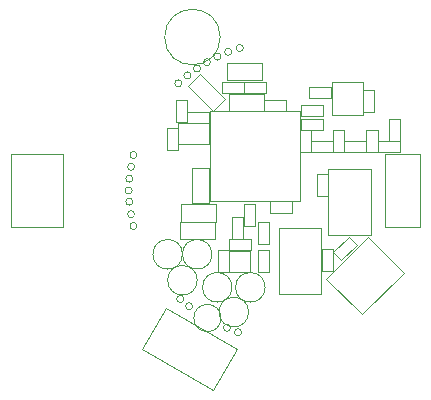
<source format=gbr>
G04 #@! TF.GenerationSoftware,KiCad,Pcbnew,(5.1.5-0)*
G04 #@! TF.CreationDate,2020-05-02T01:07:30+03:00*
G04 #@! TF.ProjectId,raybeacon,72617962-6561-4636-9f6e-2e6b69636164,1.4*
G04 #@! TF.SameCoordinates,PX8f0d180PY5f5e100*
G04 #@! TF.FileFunction,Other,User*
%FSLAX46Y46*%
G04 Gerber Fmt 4.6, Leading zero omitted, Abs format (unit mm)*
G04 Created by KiCad (PCBNEW (5.1.5-0)) date 2020-05-02 01:07:30*
%MOMM*%
%LPD*%
G04 APERTURE LIST*
%ADD10C,0.050000*%
G04 APERTURE END LIST*
D10*
X8800000Y-3130000D02*
X8800000Y3130000D01*
X11800000Y-3130000D02*
X8800000Y-3130000D01*
X11800000Y3130000D02*
X11800000Y-3130000D01*
X8800000Y3130000D02*
X11800000Y3130000D01*
X-4150000Y-8195577D02*
G75*
G03X-4150000Y-8195577I-1250000J0D01*
G01*
X-1350000Y-8195577D02*
G75*
G03X-1350000Y-8195577I-1250000J0D01*
G01*
X-5083974Y-10799483D02*
G75*
G03X-5083974Y-10799483I-1150000J0D01*
G01*
X-11781089Y-13405445D02*
X-9781089Y-9941343D01*
X-5718911Y-16905445D02*
X-11781089Y-13405445D01*
X-3718911Y-13441343D02*
X-5718911Y-16905445D01*
X-9781089Y-9941343D02*
X-3718911Y-13441343D01*
X-6010000Y6710000D02*
X1610000Y6710000D01*
X-6010000Y-910000D02*
X-6010000Y6710000D01*
X1610000Y-910000D02*
X-6010000Y-910000D01*
X1610000Y6710000D02*
X1610000Y-910000D01*
X-5150000Y12990381D02*
G75*
G03X-5150000Y12990381I-2350000J0D01*
G01*
X-6816025Y10325318D02*
G75*
G03X-6816025Y10325318I-300000J0D01*
G01*
X-7632051Y9738715D02*
G75*
G03X-7632051Y9738715I-300000J0D01*
G01*
X-8398076Y9065510D02*
G75*
G03X-8398076Y9065510I-300000J0D01*
G01*
X-3201924Y12065510D02*
G75*
G03X-3201924Y12065510I-300000J0D01*
G01*
X-4167949Y11738715D02*
G75*
G03X-4167949Y11738715I-300000J0D01*
G01*
X-5083975Y11325318D02*
G75*
G03X-5083975Y11325318I-300000J0D01*
G01*
X-5975000Y10868619D02*
G75*
G03X-5975000Y10868619I-300000J0D01*
G01*
X-7100000Y-7600000D02*
G75*
G03X-7100000Y-7600000I-1250000J0D01*
G01*
X-8729999Y5330001D02*
X-8729999Y3470001D01*
X-9669999Y5330001D02*
X-8729999Y5330001D01*
X-9669999Y3470001D02*
X-9669999Y5330001D01*
X-8729999Y3470001D02*
X-9669999Y3470001D01*
X-12550000Y-950000D02*
G75*
G03X-12550000Y-950000I-300000J0D01*
G01*
X-12199999Y-2999999D02*
G75*
G03X-12199999Y-2999999I-300000J0D01*
G01*
X-12400000Y-2000000D02*
G75*
G03X-12400000Y-2000000I-300000J0D01*
G01*
X-12200000Y3000000D02*
G75*
G03X-12200000Y3000000I-300000J0D01*
G01*
X-12599999Y0D02*
G75*
G03X-12599999Y0I-300000J0D01*
G01*
X-12399999Y2000001D02*
G75*
G03X-12399999Y2000001I-300000J0D01*
G01*
X-12550000Y999999D02*
G75*
G03X-12550000Y999999I-300000J0D01*
G01*
X6900001Y9200000D02*
X4300001Y9200000D01*
X4300001Y9200000D02*
X4300001Y6400000D01*
X4300001Y6400000D02*
X6900001Y6400000D01*
X6900001Y6400000D02*
X6900001Y9200000D01*
X8170000Y5130000D02*
X8170000Y3270000D01*
X7230000Y5130000D02*
X8170000Y5130000D01*
X7230000Y3270000D02*
X7230000Y5130000D01*
X8170000Y3270000D02*
X7230000Y3270000D01*
X5370000Y5130001D02*
X5370000Y3270001D01*
X4430000Y5130001D02*
X5370000Y5130001D01*
X4430000Y3270001D02*
X4430000Y5130001D01*
X5370000Y3270001D02*
X4430000Y3270001D01*
X-4400000Y-5100000D02*
X-4400000Y-6900000D01*
X-2600000Y-5100000D02*
X-4400000Y-5100000D01*
X-2600000Y-6900000D02*
X-2600000Y-5100000D01*
X-4400000Y-6900000D02*
X-2600000Y-6900000D01*
X3823045Y-7458579D02*
X7358579Y-3923045D01*
X7358579Y-3923045D02*
X10399138Y-6963604D01*
X10399138Y-6963604D02*
X6863604Y-10499138D01*
X6863604Y-10499138D02*
X3823045Y-7458579D01*
X-4281827Y-11637882D02*
G75*
G03X-4281827Y-11637882I-300000J0D01*
G01*
X-7486121Y-9787882D02*
G75*
G03X-7486121Y-9787882I-300000J0D01*
G01*
X-8233846Y-9182978D02*
G75*
G03X-8233846Y-9182978I-300000J0D01*
G01*
X-3340802Y-12007978D02*
G75*
G03X-3340802Y-12007978I-300000J0D01*
G01*
X6930000Y8530000D02*
X7870000Y8530000D01*
X7870000Y8530000D02*
X7870000Y6670000D01*
X7870000Y6670000D02*
X6930000Y6670000D01*
X6930000Y6670000D02*
X6930000Y8530000D01*
X4230000Y7830000D02*
X2370000Y7830000D01*
X4230000Y8770000D02*
X4230000Y7830000D01*
X2370000Y8770000D02*
X4230000Y8770000D01*
X2370000Y7830000D02*
X2370000Y8770000D01*
X2570000Y5130000D02*
X2570000Y3270000D01*
X1630000Y5130000D02*
X2570000Y5130000D01*
X1630000Y3270000D02*
X1630000Y5130000D01*
X2570000Y3270000D02*
X1630000Y3270000D01*
X-6069999Y6670001D02*
X-6069999Y5730001D01*
X-6069999Y5730001D02*
X-7929999Y5730001D01*
X-7929999Y5730001D02*
X-7929999Y6670001D01*
X-7929999Y6670001D02*
X-6069999Y6670001D01*
X-3170000Y-1169999D02*
X-2230000Y-1169999D01*
X-2230000Y-1169999D02*
X-2230000Y-3029999D01*
X-2230000Y-3029999D02*
X-3170000Y-3029999D01*
X-3170000Y-3029999D02*
X-3170000Y-1169999D01*
X-930000Y-930000D02*
X930000Y-930000D01*
X-930000Y-1870000D02*
X-930000Y-930000D01*
X930000Y-1870000D02*
X-930000Y-1870000D01*
X930000Y-930000D02*
X930000Y-1870000D01*
X3030000Y1430000D02*
X3970000Y1430000D01*
X3970000Y1430000D02*
X3970000Y-430000D01*
X3970000Y-430000D02*
X3030000Y-430000D01*
X3030000Y-430000D02*
X3030000Y1430000D01*
X3530000Y5130001D02*
X1670000Y5130001D01*
X3530000Y6070001D02*
X3530000Y5130001D01*
X1670000Y6070001D02*
X3530000Y6070001D01*
X1670000Y5130001D02*
X1670000Y6070001D01*
X1670000Y6330000D02*
X1670000Y7270000D01*
X1670000Y7270000D02*
X3530000Y7270000D01*
X3530000Y7270000D02*
X3530000Y6330000D01*
X3530000Y6330000D02*
X1670000Y6330000D01*
X430001Y7670001D02*
X430001Y6730001D01*
X430001Y6730001D02*
X-1429999Y6730001D01*
X-1429999Y6730001D02*
X-1429999Y7670001D01*
X-1429999Y7670001D02*
X430001Y7670001D01*
X-6830330Y9862706D02*
X-4737294Y7769670D01*
X-7862706Y8830330D02*
X-6830330Y9862706D01*
X-5769670Y6737294D02*
X-7862706Y8830330D01*
X-4737294Y7769670D02*
X-5769670Y6737294D01*
X-1470000Y6720001D02*
X-4430000Y6720001D01*
X-1470000Y8180001D02*
X-1470000Y6720001D01*
X-4430000Y8180001D02*
X-1470000Y8180001D01*
X-4430000Y6720001D02*
X-4430000Y8180001D01*
X-1270000Y8230000D02*
X-3130000Y8230000D01*
X-1270000Y9170000D02*
X-1270000Y8230000D01*
X-3130000Y9170000D02*
X-1270000Y9170000D01*
X-3130000Y8230000D02*
X-3130000Y9170000D01*
X-7930000Y5770000D02*
X-8870000Y5770000D01*
X-8870000Y5770000D02*
X-8870000Y7630000D01*
X-8870000Y7630000D02*
X-7930000Y7630000D01*
X-7930000Y7630000D02*
X-7930000Y5770000D01*
X4410052Y-5225268D02*
X5725270Y-3910050D01*
X5074732Y-5889948D02*
X4410052Y-5225268D01*
X6389950Y-4574730D02*
X5074732Y-5889948D01*
X5725270Y-3910050D02*
X6389950Y-4574730D01*
X3430000Y-4970000D02*
X4370000Y-4970000D01*
X4370000Y-4970000D02*
X4370000Y-6830000D01*
X4370000Y-6830000D02*
X3430000Y-6830000D01*
X3430000Y-6830000D02*
X3430000Y-4970000D01*
X2570000Y4170000D02*
X4430000Y4170000D01*
X2570000Y3230000D02*
X2570000Y4170000D01*
X4430000Y3230000D02*
X2570000Y3230000D01*
X4430000Y4170000D02*
X4430000Y3230000D01*
X5370000Y3230000D02*
X5370000Y4170000D01*
X5370000Y4170000D02*
X7230000Y4170000D01*
X7230000Y4170000D02*
X7230000Y3230000D01*
X7230000Y3230000D02*
X5370000Y3230000D01*
X-4580000Y9370000D02*
X-4580000Y10830000D01*
X-4580000Y10830000D02*
X-1620000Y10830000D01*
X-1620000Y10830000D02*
X-1620000Y9370000D01*
X-1620000Y9370000D02*
X-4580000Y9370000D01*
X-5030000Y8230000D02*
X-5030000Y9170000D01*
X-5030000Y9170000D02*
X-3170000Y9170000D01*
X-3170000Y9170000D02*
X-3170000Y8230000D01*
X-3170000Y8230000D02*
X-5030000Y8230000D01*
X10030000Y3230000D02*
X8170000Y3230000D01*
X10030000Y4170000D02*
X10030000Y3230000D01*
X8170000Y4170000D02*
X10030000Y4170000D01*
X8170000Y3230000D02*
X8170000Y4170000D01*
X-4429999Y-5070000D02*
X-4429999Y-6930000D01*
X-5369999Y-5070000D02*
X-4429999Y-5070000D01*
X-5369999Y-6930000D02*
X-5369999Y-5070000D01*
X-4429999Y-6930000D02*
X-5369999Y-6930000D01*
X-2570000Y-4130000D02*
X-2570000Y-5070000D01*
X-2570000Y-5070000D02*
X-4430000Y-5070000D01*
X-4430000Y-5070000D02*
X-4430000Y-4130000D01*
X-4430000Y-4130000D02*
X-2570000Y-4130000D01*
X-3230000Y-2220000D02*
X-3230000Y-4080000D01*
X-4170000Y-2220000D02*
X-3230000Y-2220000D01*
X-4170000Y-4080000D02*
X-4170000Y-2220000D01*
X-3230000Y-4080000D02*
X-4170000Y-4080000D01*
X4000000Y-3799999D02*
X4000000Y1800001D01*
X4000000Y1800001D02*
X7600000Y1800001D01*
X7600000Y1800001D02*
X7600000Y-3799999D01*
X7600000Y-3799999D02*
X4000000Y-3799999D01*
X-199999Y-3200000D02*
X3400001Y-3200000D01*
X-199999Y-8800000D02*
X-199999Y-3200000D01*
X3400001Y-8800000D02*
X-199999Y-8800000D01*
X3400001Y-3200000D02*
X3400001Y-8800000D01*
X-8700000Y5700000D02*
X-8700000Y3900000D01*
X-8700000Y3900000D02*
X-6100000Y3900000D01*
X-6100000Y3900000D02*
X-6100000Y5700000D01*
X-6100000Y5700000D02*
X-8700000Y5700000D01*
X-8350000Y-5400000D02*
G75*
G03X-8350000Y-5400000I-1250000J0D01*
G01*
X-5850000Y-5400000D02*
G75*
G03X-5850000Y-5400000I-1250000J0D01*
G01*
X-1970000Y-5070000D02*
X-1030000Y-5070000D01*
X-1030000Y-5070000D02*
X-1030000Y-6930000D01*
X-1030000Y-6930000D02*
X-1970000Y-6930000D01*
X-1970000Y-6930000D02*
X-1970000Y-5070000D01*
X-1030000Y-4530000D02*
X-1970000Y-4530000D01*
X-1970000Y-4530000D02*
X-1970000Y-2670000D01*
X-1970000Y-2670000D02*
X-1030000Y-2670000D01*
X-1030000Y-2670000D02*
X-1030000Y-4530000D01*
X-2749999Y-10295577D02*
G75*
G03X-2749999Y-10295577I-1250000J0D01*
G01*
X-7530000Y1880000D02*
X-6070000Y1880000D01*
X-6070000Y1880000D02*
X-6070000Y-1080000D01*
X-6070000Y-1080000D02*
X-7530000Y-1080000D01*
X-7530000Y-1080000D02*
X-7530000Y1880000D01*
X-8480000Y-1170000D02*
X-5520000Y-1170000D01*
X-8480000Y-2630000D02*
X-8480000Y-1170000D01*
X-5520000Y-2630000D02*
X-8480000Y-2630000D01*
X-5520000Y-1170000D02*
X-5520000Y-2630000D01*
X-5570000Y-2670000D02*
X-5570000Y-4130000D01*
X-5570000Y-4130000D02*
X-8530000Y-4130000D01*
X-8530000Y-4130000D02*
X-8530000Y-2670000D01*
X-8530000Y-2670000D02*
X-5570000Y-2670000D01*
X-22900000Y3050001D02*
X-22900000Y-3049999D01*
X-22900000Y-3049999D02*
X-18450000Y-3049999D01*
X-18450000Y-3049999D02*
X-18450000Y3050001D01*
X-18450000Y3050001D02*
X-22900000Y3050001D01*
X9130000Y6030000D02*
X10070000Y6030000D01*
X10070000Y6030000D02*
X10070000Y4170000D01*
X10070000Y4170000D02*
X9130000Y4170000D01*
X9130000Y4170000D02*
X9130000Y6030000D01*
M02*

</source>
